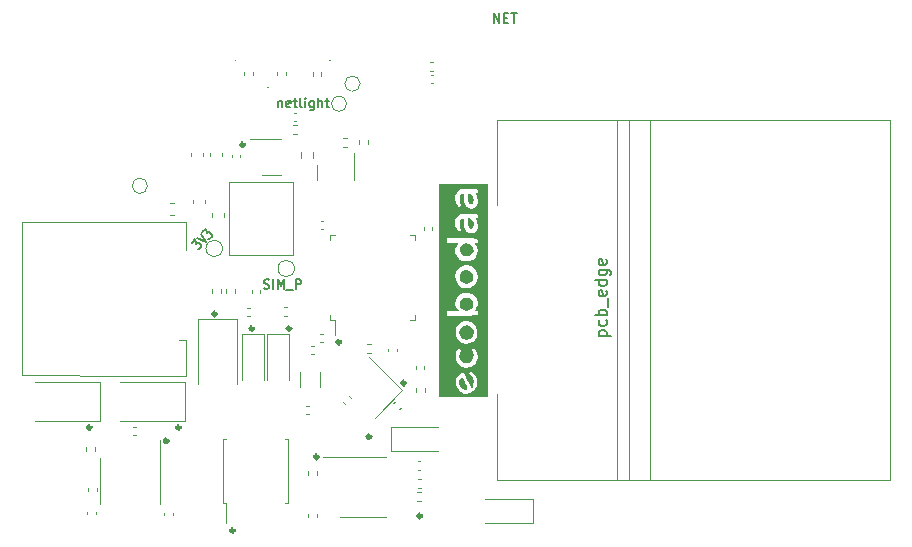
<source format=gbr>
G04 #@! TF.GenerationSoftware,KiCad,Pcbnew,7.0.10*
G04 #@! TF.CreationDate,2024-02-08T00:17:27+03:00*
G04 #@! TF.ProjectId,GPS_MODULE_V3.kicad_pro,4750535f-4d4f-4445-954c-455f56332e6b,rev?*
G04 #@! TF.SameCoordinates,Original*
G04 #@! TF.FileFunction,Legend,Top*
G04 #@! TF.FilePolarity,Positive*
%FSLAX46Y46*%
G04 Gerber Fmt 4.6, Leading zero omitted, Abs format (unit mm)*
G04 Created by KiCad (PCBNEW 7.0.10) date 2024-02-08 00:17:27*
%MOMM*%
%LPD*%
G01*
G04 APERTURE LIST*
%ADD10C,0.300000*%
%ADD11C,0.150000*%
%ADD12C,0.200000*%
%ADD13C,0.120000*%
%ADD14C,0.100000*%
G04 APERTURE END LIST*
D10*
X144924750Y-81650250D02*
G75*
G03*
X144624750Y-81650250I-150000J0D01*
G01*
X144624750Y-81650250D02*
G75*
G03*
X144924750Y-81650250I150000J0D01*
G01*
X148862283Y-97212717D02*
G75*
G03*
X148562283Y-97212717I-150000J0D01*
G01*
X148562283Y-97212717D02*
G75*
G03*
X148862283Y-97212717I150000J0D01*
G01*
X131949750Y-105575250D02*
G75*
G03*
X131649750Y-105575250I-150000J0D01*
G01*
X131649750Y-105575250D02*
G75*
G03*
X131949750Y-105575250I150000J0D01*
G01*
X138449750Y-106725250D02*
G75*
G03*
X138149750Y-106725250I-150000J0D01*
G01*
X138149750Y-106725250D02*
G75*
G03*
X138449750Y-106725250I150000J0D01*
G01*
X153074750Y-98350250D02*
G75*
G03*
X152774750Y-98350250I-150000J0D01*
G01*
X152774750Y-98350250D02*
G75*
G03*
X153074750Y-98350250I150000J0D01*
G01*
X139499750Y-105575250D02*
G75*
G03*
X139199750Y-105575250I-150000J0D01*
G01*
X139199750Y-105575250D02*
G75*
G03*
X139499750Y-105575250I150000J0D01*
G01*
X159924750Y-113075250D02*
G75*
G03*
X159624750Y-113075250I-150000J0D01*
G01*
X159624750Y-113075250D02*
G75*
G03*
X159924750Y-113075250I150000J0D01*
G01*
X142549750Y-95975250D02*
G75*
G03*
X142249750Y-95975250I-150000J0D01*
G01*
X142249750Y-95975250D02*
G75*
G03*
X142549750Y-95975250I150000J0D01*
G01*
X158549750Y-101825250D02*
G75*
G03*
X158249750Y-101825250I-150000J0D01*
G01*
X158249750Y-101825250D02*
G75*
G03*
X158549750Y-101825250I150000J0D01*
G01*
X151174750Y-108075250D02*
G75*
G03*
X150874750Y-108075250I-150000J0D01*
G01*
X150874750Y-108075250D02*
G75*
G03*
X151174750Y-108075250I150000J0D01*
G01*
X144074750Y-114300250D02*
G75*
G03*
X143774750Y-114300250I-150000J0D01*
G01*
X143774750Y-114300250D02*
G75*
G03*
X144074750Y-114300250I150000J0D01*
G01*
X145699750Y-97200250D02*
G75*
G03*
X145399750Y-97200250I-150000J0D01*
G01*
X145399750Y-97200250D02*
G75*
G03*
X145699750Y-97200250I150000J0D01*
G01*
X155624750Y-106375250D02*
G75*
G03*
X155324750Y-106375250I-150000J0D01*
G01*
X155324750Y-106375250D02*
G75*
G03*
X155624750Y-106375250I150000J0D01*
G01*
D11*
X140474810Y-89969329D02*
X140781223Y-89662916D01*
X140781223Y-89662916D02*
X140831731Y-90043407D01*
X140831731Y-90043407D02*
X140902442Y-89972696D01*
X140902442Y-89972696D02*
X140976519Y-89952493D01*
X140976519Y-89952493D02*
X141027027Y-89955860D01*
X141027027Y-89955860D02*
X141104472Y-89986165D01*
X141104472Y-89986165D02*
X141239159Y-90120852D01*
X141239159Y-90120852D02*
X141269464Y-90198297D01*
X141269464Y-90198297D02*
X141272831Y-90248804D01*
X141272831Y-90248804D02*
X141252628Y-90322882D01*
X141252628Y-90322882D02*
X141111206Y-90464303D01*
X141111206Y-90464303D02*
X141037129Y-90484507D01*
X141037129Y-90484507D02*
X140986621Y-90481139D01*
X140922645Y-89521494D02*
X141653322Y-89922188D01*
X141653322Y-89922188D02*
X141252628Y-89191511D01*
X141370479Y-89073660D02*
X141676892Y-88767247D01*
X141676892Y-88767247D02*
X141727400Y-89147738D01*
X141727400Y-89147738D02*
X141798110Y-89077027D01*
X141798110Y-89077027D02*
X141872188Y-89056824D01*
X141872188Y-89056824D02*
X141922696Y-89060191D01*
X141922696Y-89060191D02*
X142000141Y-89090496D01*
X142000141Y-89090496D02*
X142134828Y-89225183D01*
X142134828Y-89225183D02*
X142165132Y-89302628D01*
X142165132Y-89302628D02*
X142168500Y-89353135D01*
X142168500Y-89353135D02*
X142148297Y-89427213D01*
X142148297Y-89427213D02*
X142006875Y-89568635D01*
X142006875Y-89568635D02*
X141932797Y-89588838D01*
X141932797Y-89588838D02*
X141882290Y-89585471D01*
D12*
X146568708Y-93801014D02*
X146682994Y-93839109D01*
X146682994Y-93839109D02*
X146873470Y-93839109D01*
X146873470Y-93839109D02*
X146949661Y-93801014D01*
X146949661Y-93801014D02*
X146987756Y-93762918D01*
X146987756Y-93762918D02*
X147025851Y-93686728D01*
X147025851Y-93686728D02*
X147025851Y-93610537D01*
X147025851Y-93610537D02*
X146987756Y-93534347D01*
X146987756Y-93534347D02*
X146949661Y-93496252D01*
X146949661Y-93496252D02*
X146873470Y-93458156D01*
X146873470Y-93458156D02*
X146721089Y-93420061D01*
X146721089Y-93420061D02*
X146644899Y-93381966D01*
X146644899Y-93381966D02*
X146606804Y-93343871D01*
X146606804Y-93343871D02*
X146568708Y-93267680D01*
X146568708Y-93267680D02*
X146568708Y-93191490D01*
X146568708Y-93191490D02*
X146606804Y-93115299D01*
X146606804Y-93115299D02*
X146644899Y-93077204D01*
X146644899Y-93077204D02*
X146721089Y-93039109D01*
X146721089Y-93039109D02*
X146911566Y-93039109D01*
X146911566Y-93039109D02*
X147025851Y-93077204D01*
X147368709Y-93839109D02*
X147368709Y-93039109D01*
X147749661Y-93839109D02*
X147749661Y-93039109D01*
X147749661Y-93039109D02*
X148016327Y-93610537D01*
X148016327Y-93610537D02*
X148282994Y-93039109D01*
X148282994Y-93039109D02*
X148282994Y-93839109D01*
X148473471Y-93915299D02*
X149082994Y-93915299D01*
X149273471Y-93839109D02*
X149273471Y-93039109D01*
X149273471Y-93039109D02*
X149578233Y-93039109D01*
X149578233Y-93039109D02*
X149654423Y-93077204D01*
X149654423Y-93077204D02*
X149692518Y-93115299D01*
X149692518Y-93115299D02*
X149730614Y-93191490D01*
X149730614Y-93191490D02*
X149730614Y-93305775D01*
X149730614Y-93305775D02*
X149692518Y-93381966D01*
X149692518Y-93381966D02*
X149654423Y-93420061D01*
X149654423Y-93420061D02*
X149578233Y-93458156D01*
X149578233Y-93458156D02*
X149273471Y-93458156D01*
D11*
X166063910Y-71319545D02*
X166063910Y-70519545D01*
X166063910Y-70519545D02*
X166521053Y-71319545D01*
X166521053Y-71319545D02*
X166521053Y-70519545D01*
X166902005Y-70900497D02*
X167168671Y-70900497D01*
X167282957Y-71319545D02*
X166902005Y-71319545D01*
X166902005Y-71319545D02*
X166902005Y-70519545D01*
X166902005Y-70519545D02*
X167282957Y-70519545D01*
X167511529Y-70519545D02*
X167968672Y-70519545D01*
X167740100Y-71319545D02*
X167740100Y-70519545D01*
X147788910Y-77936211D02*
X147788910Y-78469545D01*
X147788910Y-78012402D02*
X147827005Y-77974307D01*
X147827005Y-77974307D02*
X147903195Y-77936211D01*
X147903195Y-77936211D02*
X148017481Y-77936211D01*
X148017481Y-77936211D02*
X148093672Y-77974307D01*
X148093672Y-77974307D02*
X148131767Y-78050497D01*
X148131767Y-78050497D02*
X148131767Y-78469545D01*
X148817482Y-78431450D02*
X148741291Y-78469545D01*
X148741291Y-78469545D02*
X148588910Y-78469545D01*
X148588910Y-78469545D02*
X148512720Y-78431450D01*
X148512720Y-78431450D02*
X148474624Y-78355259D01*
X148474624Y-78355259D02*
X148474624Y-78050497D01*
X148474624Y-78050497D02*
X148512720Y-77974307D01*
X148512720Y-77974307D02*
X148588910Y-77936211D01*
X148588910Y-77936211D02*
X148741291Y-77936211D01*
X148741291Y-77936211D02*
X148817482Y-77974307D01*
X148817482Y-77974307D02*
X148855577Y-78050497D01*
X148855577Y-78050497D02*
X148855577Y-78126688D01*
X148855577Y-78126688D02*
X148474624Y-78202878D01*
X149084148Y-77936211D02*
X149388910Y-77936211D01*
X149198434Y-77669545D02*
X149198434Y-78355259D01*
X149198434Y-78355259D02*
X149236529Y-78431450D01*
X149236529Y-78431450D02*
X149312719Y-78469545D01*
X149312719Y-78469545D02*
X149388910Y-78469545D01*
X149769862Y-78469545D02*
X149693672Y-78431450D01*
X149693672Y-78431450D02*
X149655577Y-78355259D01*
X149655577Y-78355259D02*
X149655577Y-77669545D01*
X150074625Y-78469545D02*
X150074625Y-77936211D01*
X150074625Y-77669545D02*
X150036529Y-77707640D01*
X150036529Y-77707640D02*
X150074625Y-77745735D01*
X150074625Y-77745735D02*
X150112720Y-77707640D01*
X150112720Y-77707640D02*
X150074625Y-77669545D01*
X150074625Y-77669545D02*
X150074625Y-77745735D01*
X150798434Y-77936211D02*
X150798434Y-78583830D01*
X150798434Y-78583830D02*
X150760339Y-78660021D01*
X150760339Y-78660021D02*
X150722243Y-78698116D01*
X150722243Y-78698116D02*
X150646053Y-78736211D01*
X150646053Y-78736211D02*
X150531767Y-78736211D01*
X150531767Y-78736211D02*
X150455577Y-78698116D01*
X150798434Y-78431450D02*
X150722243Y-78469545D01*
X150722243Y-78469545D02*
X150569862Y-78469545D01*
X150569862Y-78469545D02*
X150493672Y-78431450D01*
X150493672Y-78431450D02*
X150455577Y-78393354D01*
X150455577Y-78393354D02*
X150417481Y-78317164D01*
X150417481Y-78317164D02*
X150417481Y-78088592D01*
X150417481Y-78088592D02*
X150455577Y-78012402D01*
X150455577Y-78012402D02*
X150493672Y-77974307D01*
X150493672Y-77974307D02*
X150569862Y-77936211D01*
X150569862Y-77936211D02*
X150722243Y-77936211D01*
X150722243Y-77936211D02*
X150798434Y-77974307D01*
X151179387Y-78469545D02*
X151179387Y-77669545D01*
X151522244Y-78469545D02*
X151522244Y-78050497D01*
X151522244Y-78050497D02*
X151484149Y-77974307D01*
X151484149Y-77974307D02*
X151407958Y-77936211D01*
X151407958Y-77936211D02*
X151293672Y-77936211D01*
X151293672Y-77936211D02*
X151217482Y-77974307D01*
X151217482Y-77974307D02*
X151179387Y-78012402D01*
X151788911Y-77936211D02*
X152093673Y-77936211D01*
X151903197Y-77669545D02*
X151903197Y-78355259D01*
X151903197Y-78355259D02*
X151941292Y-78431450D01*
X151941292Y-78431450D02*
X152017482Y-78469545D01*
X152017482Y-78469545D02*
X152093673Y-78469545D01*
X174927902Y-97838470D02*
X175927902Y-97838470D01*
X174975521Y-97838470D02*
X174927902Y-97743232D01*
X174927902Y-97743232D02*
X174927902Y-97552756D01*
X174927902Y-97552756D02*
X174975521Y-97457518D01*
X174975521Y-97457518D02*
X175023140Y-97409899D01*
X175023140Y-97409899D02*
X175118378Y-97362280D01*
X175118378Y-97362280D02*
X175404092Y-97362280D01*
X175404092Y-97362280D02*
X175499330Y-97409899D01*
X175499330Y-97409899D02*
X175546950Y-97457518D01*
X175546950Y-97457518D02*
X175594569Y-97552756D01*
X175594569Y-97552756D02*
X175594569Y-97743232D01*
X175594569Y-97743232D02*
X175546950Y-97838470D01*
X175546950Y-96505137D02*
X175594569Y-96600375D01*
X175594569Y-96600375D02*
X175594569Y-96790851D01*
X175594569Y-96790851D02*
X175546950Y-96886089D01*
X175546950Y-96886089D02*
X175499330Y-96933708D01*
X175499330Y-96933708D02*
X175404092Y-96981327D01*
X175404092Y-96981327D02*
X175118378Y-96981327D01*
X175118378Y-96981327D02*
X175023140Y-96933708D01*
X175023140Y-96933708D02*
X174975521Y-96886089D01*
X174975521Y-96886089D02*
X174927902Y-96790851D01*
X174927902Y-96790851D02*
X174927902Y-96600375D01*
X174927902Y-96600375D02*
X174975521Y-96505137D01*
X175594569Y-96076565D02*
X174594569Y-96076565D01*
X174975521Y-96076565D02*
X174927902Y-95981327D01*
X174927902Y-95981327D02*
X174927902Y-95790851D01*
X174927902Y-95790851D02*
X174975521Y-95695613D01*
X174975521Y-95695613D02*
X175023140Y-95647994D01*
X175023140Y-95647994D02*
X175118378Y-95600375D01*
X175118378Y-95600375D02*
X175404092Y-95600375D01*
X175404092Y-95600375D02*
X175499330Y-95647994D01*
X175499330Y-95647994D02*
X175546950Y-95695613D01*
X175546950Y-95695613D02*
X175594569Y-95790851D01*
X175594569Y-95790851D02*
X175594569Y-95981327D01*
X175594569Y-95981327D02*
X175546950Y-96076565D01*
X175689807Y-95409899D02*
X175689807Y-94647994D01*
X175546950Y-94028946D02*
X175594569Y-94124184D01*
X175594569Y-94124184D02*
X175594569Y-94314660D01*
X175594569Y-94314660D02*
X175546950Y-94409898D01*
X175546950Y-94409898D02*
X175451711Y-94457517D01*
X175451711Y-94457517D02*
X175070759Y-94457517D01*
X175070759Y-94457517D02*
X174975521Y-94409898D01*
X174975521Y-94409898D02*
X174927902Y-94314660D01*
X174927902Y-94314660D02*
X174927902Y-94124184D01*
X174927902Y-94124184D02*
X174975521Y-94028946D01*
X174975521Y-94028946D02*
X175070759Y-93981327D01*
X175070759Y-93981327D02*
X175165997Y-93981327D01*
X175165997Y-93981327D02*
X175261235Y-94457517D01*
X175594569Y-93124184D02*
X174594569Y-93124184D01*
X175546950Y-93124184D02*
X175594569Y-93219422D01*
X175594569Y-93219422D02*
X175594569Y-93409898D01*
X175594569Y-93409898D02*
X175546950Y-93505136D01*
X175546950Y-93505136D02*
X175499330Y-93552755D01*
X175499330Y-93552755D02*
X175404092Y-93600374D01*
X175404092Y-93600374D02*
X175118378Y-93600374D01*
X175118378Y-93600374D02*
X175023140Y-93552755D01*
X175023140Y-93552755D02*
X174975521Y-93505136D01*
X174975521Y-93505136D02*
X174927902Y-93409898D01*
X174927902Y-93409898D02*
X174927902Y-93219422D01*
X174927902Y-93219422D02*
X174975521Y-93124184D01*
X174927902Y-92219422D02*
X175737426Y-92219422D01*
X175737426Y-92219422D02*
X175832664Y-92267041D01*
X175832664Y-92267041D02*
X175880283Y-92314660D01*
X175880283Y-92314660D02*
X175927902Y-92409898D01*
X175927902Y-92409898D02*
X175927902Y-92552755D01*
X175927902Y-92552755D02*
X175880283Y-92647993D01*
X175546950Y-92219422D02*
X175594569Y-92314660D01*
X175594569Y-92314660D02*
X175594569Y-92505136D01*
X175594569Y-92505136D02*
X175546950Y-92600374D01*
X175546950Y-92600374D02*
X175499330Y-92647993D01*
X175499330Y-92647993D02*
X175404092Y-92695612D01*
X175404092Y-92695612D02*
X175118378Y-92695612D01*
X175118378Y-92695612D02*
X175023140Y-92647993D01*
X175023140Y-92647993D02*
X174975521Y-92600374D01*
X174975521Y-92600374D02*
X174927902Y-92505136D01*
X174927902Y-92505136D02*
X174927902Y-92314660D01*
X174927902Y-92314660D02*
X174975521Y-92219422D01*
X175546950Y-91362279D02*
X175594569Y-91457517D01*
X175594569Y-91457517D02*
X175594569Y-91647993D01*
X175594569Y-91647993D02*
X175546950Y-91743231D01*
X175546950Y-91743231D02*
X175451711Y-91790850D01*
X175451711Y-91790850D02*
X175070759Y-91790850D01*
X175070759Y-91790850D02*
X174975521Y-91743231D01*
X174975521Y-91743231D02*
X174927902Y-91647993D01*
X174927902Y-91647993D02*
X174927902Y-91457517D01*
X174927902Y-91457517D02*
X174975521Y-91362279D01*
X174975521Y-91362279D02*
X175070759Y-91314660D01*
X175070759Y-91314660D02*
X175165997Y-91314660D01*
X175165997Y-91314660D02*
X175261235Y-91790850D01*
D13*
X151349750Y-100850250D02*
X151349750Y-102200250D01*
X149599750Y-100850250D02*
X149599750Y-102200250D01*
X157543940Y-103546943D02*
X157696443Y-103394440D01*
X158053057Y-104056060D02*
X158205560Y-103903557D01*
X139884750Y-105075250D02*
X139884750Y-101775250D01*
X139884750Y-105075250D02*
X134374750Y-105075250D01*
X139884750Y-101775250D02*
X134374750Y-101775250D01*
X149174750Y-92125250D02*
G75*
G03*
X147774750Y-92125250I-700000J0D01*
G01*
X147774750Y-92125250D02*
G75*
G03*
X149174750Y-92125250I700000J0D01*
G01*
X143074750Y-90425250D02*
G75*
G03*
X141674750Y-90425250I-700000J0D01*
G01*
X141674750Y-90425250D02*
G75*
G03*
X143074750Y-90425250I700000J0D01*
G01*
X144560000Y-82492164D02*
X144560000Y-82707836D01*
X143840000Y-82492164D02*
X143840000Y-82707836D01*
X155341109Y-98555250D02*
X155648391Y-98555250D01*
X155341109Y-99315250D02*
X155648391Y-99315250D01*
X142204750Y-87725830D02*
X142204750Y-87444670D01*
X143224750Y-87725830D02*
X143224750Y-87444670D01*
X140604750Y-86565830D02*
X140604750Y-86284670D01*
X141624750Y-86565830D02*
X141624750Y-86284670D01*
X153426443Y-103586060D02*
X153273940Y-103433557D01*
X153935560Y-103076943D02*
X153783057Y-102924440D01*
D14*
X146974750Y-76765368D02*
G75*
G03*
X146874750Y-76765368I-50000J0D01*
G01*
X146874750Y-76765368D02*
G75*
G03*
X146974750Y-76765368I50000J0D01*
G01*
D13*
X131624750Y-112933086D02*
X131624750Y-112717414D01*
X132344750Y-112933086D02*
X132344750Y-112717414D01*
D14*
X152224750Y-74520250D02*
G75*
G03*
X152124750Y-74520250I-50000J0D01*
G01*
X152124750Y-74520250D02*
G75*
G03*
X152224750Y-74520250I50000J0D01*
G01*
D13*
X138925330Y-87635250D02*
X138644170Y-87635250D01*
X138925330Y-86615250D02*
X138644170Y-86615250D01*
D14*
X144224750Y-74535250D02*
G75*
G03*
X144124750Y-74535250I-50000J0D01*
G01*
X144124750Y-74535250D02*
G75*
G03*
X144224750Y-74535250I50000J0D01*
G01*
D13*
X147214750Y-81125250D02*
X145414750Y-81125250D01*
X147214750Y-81125250D02*
X148014750Y-81125250D01*
X147214750Y-84245250D02*
X146414750Y-84245250D01*
X147214750Y-84245250D02*
X148014750Y-84245250D01*
X151582586Y-98385250D02*
X151366914Y-98385250D01*
X151582586Y-97665250D02*
X151366914Y-97665250D01*
X143134750Y-112000250D02*
X143394750Y-112000250D01*
X143394750Y-112000250D02*
X143394750Y-113675250D01*
X148584750Y-112000250D02*
X148324750Y-112000250D01*
X143134750Y-109275250D02*
X143134750Y-112000250D01*
X143134750Y-109275250D02*
X143134750Y-106550250D01*
X148584750Y-109275250D02*
X148584750Y-112000250D01*
X148584750Y-109275250D02*
X148584750Y-106550250D01*
X143134750Y-106550250D02*
X143394750Y-106550250D01*
X148584750Y-106550250D02*
X148324750Y-106550250D01*
X155943379Y-104779413D02*
X158276832Y-102445960D01*
X158276832Y-102445960D02*
X155448405Y-99617533D01*
X145564750Y-94163086D02*
X145564750Y-93947414D01*
X146284750Y-94163086D02*
X146284750Y-93947414D01*
X144324750Y-96365250D02*
X141024750Y-96365250D01*
X144324750Y-96365250D02*
X144324750Y-101875250D01*
X141024750Y-96365250D02*
X141024750Y-101875250D01*
X138859750Y-112792414D02*
X138859750Y-113008086D01*
X138139750Y-112792414D02*
X138139750Y-113008086D01*
X154234750Y-84005250D02*
X154234750Y-82330250D01*
X154234750Y-84005250D02*
X154234750Y-84655250D01*
X151114750Y-84005250D02*
X151114750Y-83355250D01*
X151114750Y-84005250D02*
X151114750Y-84655250D01*
X147694750Y-75778891D02*
X147694750Y-75471609D01*
X148454750Y-75778891D02*
X148454750Y-75471609D01*
X152164750Y-96485250D02*
X152614750Y-96485250D01*
X152614750Y-96485250D02*
X152614750Y-97775250D01*
X159384750Y-96485250D02*
X158934750Y-96485250D01*
X152164750Y-96035250D02*
X152164750Y-96485250D01*
X159384750Y-96035250D02*
X159384750Y-96485250D01*
X152164750Y-89715250D02*
X152164750Y-89265250D01*
X159384750Y-89715250D02*
X159384750Y-89265250D01*
X152164750Y-89265250D02*
X152614750Y-89265250D01*
X159384750Y-89265250D02*
X158934750Y-89265250D01*
X137809750Y-110135250D02*
X137809750Y-106685250D01*
X137809750Y-110135250D02*
X137809750Y-112085250D01*
X132689750Y-110135250D02*
X132689750Y-108185250D01*
X132689750Y-110135250D02*
X132689750Y-112085250D01*
G36*
X164115541Y-87929586D02*
G01*
X164245397Y-88061356D01*
X164327353Y-88240025D01*
X164348388Y-88432091D01*
X164295480Y-88604053D01*
X164253484Y-88656953D01*
X164112309Y-88751424D01*
X163994122Y-88736151D01*
X163904048Y-88615987D01*
X163847211Y-88395783D01*
X163833438Y-88259129D01*
X163822618Y-88055472D01*
X163828247Y-87941490D01*
X163858338Y-87891183D01*
X163920900Y-87878550D01*
X163950808Y-87878218D01*
X164115541Y-87929586D01*
G37*
G36*
X164120066Y-85842372D02*
G01*
X164243905Y-85976476D01*
X164321692Y-86160806D01*
X164340140Y-86363306D01*
X164285961Y-86551920D01*
X164281977Y-86558926D01*
X164174377Y-86646625D01*
X164032419Y-86643988D01*
X163913823Y-86569281D01*
X163851090Y-86443337D01*
X163824151Y-86220801D01*
X163822695Y-86134350D01*
X163825991Y-85942842D01*
X163843342Y-85839935D01*
X163885945Y-85798285D01*
X163963463Y-85790547D01*
X164120066Y-85842372D01*
G37*
G36*
X163980069Y-90035994D02*
G01*
X164011990Y-90050274D01*
X164215382Y-90200221D01*
X164323082Y-90397259D01*
X164330199Y-90617526D01*
X164231840Y-90837159D01*
X164185138Y-90894842D01*
X163973936Y-91055621D01*
X163738255Y-91107972D01*
X163496069Y-91049098D01*
X163429811Y-91012471D01*
X163233125Y-90836397D01*
X163141457Y-90629739D01*
X163158016Y-90409277D01*
X163275277Y-90204274D01*
X163480871Y-90040226D01*
X163721844Y-89982869D01*
X163980069Y-90035994D01*
G37*
G36*
X164007732Y-96989688D02*
G01*
X164060030Y-97014557D01*
X164232826Y-97162920D01*
X164329665Y-97369760D01*
X164346655Y-97602682D01*
X164279910Y-97829290D01*
X164175101Y-97973090D01*
X164036806Y-98085756D01*
X163887173Y-98134438D01*
X163735709Y-98142602D01*
X163467483Y-98095865D01*
X163270183Y-97962654D01*
X163154621Y-97753464D01*
X163128094Y-97552656D01*
X163177994Y-97288790D01*
X163311180Y-97088855D01*
X163507380Y-96964557D01*
X163746321Y-96927599D01*
X164007732Y-96989688D01*
G37*
G36*
X163901947Y-94595809D02*
G01*
X164105969Y-94692904D01*
X164149345Y-94731476D01*
X164272189Y-94921160D01*
X164322138Y-95145878D01*
X164291135Y-95358944D01*
X164266568Y-95410648D01*
X164112001Y-95587293D01*
X163917873Y-95680095D01*
X163706675Y-95697414D01*
X163500901Y-95647605D01*
X163323043Y-95539028D01*
X163195594Y-95380039D01*
X163141046Y-95178997D01*
X163162940Y-95000568D01*
X163274408Y-94797245D01*
X163455306Y-94656399D01*
X163674772Y-94586447D01*
X163901947Y-94595809D01*
G37*
G36*
X164011393Y-92310273D02*
G01*
X164154824Y-92417321D01*
X164267573Y-92595463D01*
X164322250Y-92817237D01*
X164307157Y-93027327D01*
X164292491Y-93068401D01*
X164154076Y-93264981D01*
X163962293Y-93381092D01*
X163744093Y-93418857D01*
X163526428Y-93380404D01*
X163336249Y-93267857D01*
X163200509Y-93083343D01*
X163164866Y-92979464D01*
X163155111Y-92735939D01*
X163235882Y-92528068D01*
X163384538Y-92368709D01*
X163578436Y-92270719D01*
X163794935Y-92246954D01*
X164011393Y-92310273D01*
G37*
G36*
X163435479Y-101409596D02*
G01*
X163507232Y-101540451D01*
X163604109Y-101761195D01*
X163642420Y-101852919D01*
X163738608Y-102086461D01*
X163794131Y-102234887D01*
X163812764Y-102320211D01*
X163798282Y-102364449D01*
X163754460Y-102389613D01*
X163735709Y-102396906D01*
X163581452Y-102402073D01*
X163398233Y-102305393D01*
X163286279Y-102211607D01*
X163170455Y-102040420D01*
X163119423Y-101827202D01*
X163135400Y-101613732D01*
X163220604Y-101441790D01*
X163244157Y-101417846D01*
X163316621Y-101362145D01*
X163376169Y-101354778D01*
X163435479Y-101409596D01*
G37*
G36*
X165562421Y-93996255D02*
G01*
X165562421Y-103013834D01*
X163657486Y-103013834D01*
X163474750Y-103013834D01*
X162082969Y-103013834D01*
X161387079Y-103013834D01*
X161387079Y-101651460D01*
X162801226Y-101651460D01*
X162817578Y-101927232D01*
X162912335Y-102194796D01*
X163071579Y-102430389D01*
X163281392Y-102610246D01*
X163527855Y-102710603D01*
X163657486Y-102723557D01*
X164000112Y-102673589D01*
X164280621Y-102535888D01*
X164489440Y-102326116D01*
X164616997Y-102059934D01*
X164653722Y-101753007D01*
X164590040Y-101420995D01*
X164535422Y-101287029D01*
X164428147Y-101119345D01*
X164287809Y-100974541D01*
X164148140Y-100883780D01*
X164082038Y-100868172D01*
X163991456Y-100908658D01*
X163970936Y-101006152D01*
X164021169Y-101124714D01*
X164075965Y-101183169D01*
X164256552Y-101391937D01*
X164337140Y-101640679D01*
X164344613Y-101767031D01*
X164320453Y-101979067D01*
X164255893Y-102132321D01*
X164162814Y-102200653D01*
X164146939Y-102201962D01*
X164094120Y-102150961D01*
X164010858Y-102010956D01*
X163907684Y-101801448D01*
X163810233Y-101578561D01*
X163701171Y-101331394D01*
X163654895Y-101238860D01*
X163599252Y-101127596D01*
X163516331Y-100989245D01*
X163466530Y-100938638D01*
X163342609Y-100963017D01*
X163184935Y-101056662D01*
X163026669Y-101194104D01*
X162900974Y-101349876D01*
X162877196Y-101391246D01*
X162801226Y-101651460D01*
X161387079Y-101651460D01*
X161387079Y-99513858D01*
X162828661Y-99513858D01*
X162857380Y-99799142D01*
X162939319Y-100044776D01*
X163118990Y-100274730D01*
X163367099Y-100432204D01*
X163654895Y-100508012D01*
X163953626Y-100492964D01*
X164142106Y-100429135D01*
X164371900Y-100283302D01*
X164527978Y-100084677D01*
X164608540Y-99900664D01*
X164669739Y-99704569D01*
X164684868Y-99552113D01*
X164656390Y-99381597D01*
X164632799Y-99292562D01*
X164562084Y-99109950D01*
X164470074Y-98953661D01*
X164462891Y-98944617D01*
X164378658Y-98855669D01*
X164317166Y-98852375D01*
X164256150Y-98903771D01*
X164197465Y-98975673D01*
X164196162Y-99051111D01*
X164252674Y-99176828D01*
X164258779Y-99188666D01*
X164330394Y-99440436D01*
X164307608Y-99702111D01*
X164196118Y-99933551D01*
X164144658Y-99992660D01*
X163945621Y-100116548D01*
X163711209Y-100151788D01*
X163680025Y-100144559D01*
X163480835Y-100098381D01*
X163326759Y-99992660D01*
X163196263Y-99795342D01*
X163137610Y-99560615D01*
X163157177Y-99331433D01*
X163210869Y-99211753D01*
X163274508Y-99099841D01*
X163269378Y-99025822D01*
X163209353Y-98949570D01*
X163115478Y-98860697D01*
X163046928Y-98857969D01*
X162971799Y-98948793D01*
X162932198Y-99013927D01*
X162853492Y-99236322D01*
X162828661Y-99513858D01*
X161387079Y-99513858D01*
X161387079Y-97545738D01*
X162826244Y-97545738D01*
X162857600Y-97832943D01*
X162937327Y-98042968D01*
X163136548Y-98279820D01*
X163392273Y-98431222D01*
X163680025Y-98494755D01*
X163975331Y-98468000D01*
X164253714Y-98348538D01*
X164441371Y-98191605D01*
X164588879Y-97952552D01*
X164658571Y-97659435D01*
X164647329Y-97346911D01*
X164552034Y-97049640D01*
X164545293Y-97036351D01*
X164366720Y-96804248D01*
X164128866Y-96653122D01*
X163855811Y-96583315D01*
X163571637Y-96595168D01*
X163300427Y-96689024D01*
X163066263Y-96865223D01*
X162951613Y-97013752D01*
X162857813Y-97255971D01*
X162826244Y-97545738D01*
X161387079Y-97545738D01*
X161387079Y-96112921D01*
X162082969Y-96112921D01*
X163349103Y-96112921D01*
X163721137Y-96111224D01*
X164053490Y-96106474D01*
X164328862Y-96099183D01*
X164529956Y-96089864D01*
X164639474Y-96079030D01*
X164653897Y-96074261D01*
X164682225Y-95993149D01*
X164692558Y-95871293D01*
X164671868Y-95748336D01*
X164596478Y-95707734D01*
X164576576Y-95706985D01*
X164491920Y-95700550D01*
X164469688Y-95664484D01*
X164509857Y-95573645D01*
X164576359Y-95461926D01*
X164682010Y-95191523D01*
X164685163Y-94920121D01*
X164597701Y-94665921D01*
X164431507Y-94447123D01*
X164198465Y-94281928D01*
X163910458Y-94188537D01*
X163735709Y-94174369D01*
X163401101Y-94223279D01*
X163127613Y-94362973D01*
X162927389Y-94582897D01*
X162812574Y-94872498D01*
X162794442Y-94992277D01*
X162790335Y-95195630D01*
X162835226Y-95353178D01*
X162916773Y-95489519D01*
X163065318Y-95706985D01*
X162574144Y-95706985D01*
X162082969Y-95706985D01*
X162082969Y-95909953D01*
X162082969Y-96112921D01*
X161387079Y-96112921D01*
X161387079Y-93996255D01*
X161387079Y-92720392D01*
X162784600Y-92720392D01*
X162805171Y-93047974D01*
X162898956Y-93308864D01*
X163084303Y-93571436D01*
X163338112Y-93741690D01*
X163653313Y-93815322D01*
X163735709Y-93818140D01*
X164056815Y-93767591D01*
X164322928Y-93627598D01*
X164523990Y-93415640D01*
X164649943Y-93149194D01*
X164690730Y-92845741D01*
X164636292Y-92522758D01*
X164572462Y-92364011D01*
X164391421Y-92109337D01*
X164149738Y-91937613D01*
X163871339Y-91852685D01*
X163653977Y-91856950D01*
X163580155Y-91858398D01*
X163300112Y-91958599D01*
X163084832Y-92124929D01*
X162878085Y-92411024D01*
X162784600Y-92720392D01*
X161387079Y-92720392D01*
X161387079Y-89557734D01*
X162082969Y-89557734D01*
X162082969Y-89761812D01*
X162082969Y-89965889D01*
X162546896Y-89965889D01*
X162762355Y-89968846D01*
X162924596Y-89976703D01*
X163006172Y-89987941D01*
X163010823Y-89991570D01*
X162984062Y-90052858D01*
X162917042Y-90175451D01*
X162887590Y-90226114D01*
X162790792Y-90496034D01*
X162799454Y-90779064D01*
X162907970Y-91054905D01*
X163110736Y-91303261D01*
X163207129Y-91383082D01*
X163400611Y-91469701D01*
X163653977Y-91508082D01*
X163921671Y-91498299D01*
X164158137Y-91440429D01*
X164267872Y-91381333D01*
X164512109Y-91149870D01*
X164647587Y-90892553D01*
X164680812Y-90596386D01*
X164678529Y-90561194D01*
X164645106Y-90357556D01*
X164588086Y-90197039D01*
X164557382Y-90150692D01*
X164473384Y-90037865D01*
X164484663Y-89980575D01*
X164580250Y-89965889D01*
X164661612Y-89946740D01*
X164686538Y-89867470D01*
X164681734Y-89777419D01*
X164663563Y-89588949D01*
X164133847Y-89582541D01*
X163373266Y-89573341D01*
X162082969Y-89557734D01*
X161387079Y-89557734D01*
X161387079Y-88121786D01*
X162791687Y-88121786D01*
X162798671Y-88411033D01*
X162880525Y-88704446D01*
X162893279Y-88733583D01*
X162997431Y-88911233D01*
X163100487Y-88976353D01*
X163208353Y-88932182D01*
X163225683Y-88915960D01*
X163257238Y-88831582D01*
X163221098Y-88688599D01*
X163208286Y-88656864D01*
X163140799Y-88412231D01*
X163141038Y-88189339D01*
X163202503Y-88011460D01*
X163318696Y-87901865D01*
X163425747Y-87878218D01*
X163488575Y-87895342D01*
X163520952Y-87964677D01*
X163532127Y-88113169D01*
X163532741Y-88189919D01*
X163546495Y-88514183D01*
X163592227Y-88751707D01*
X163676636Y-88928945D01*
X163740024Y-89008216D01*
X163920283Y-89126154D01*
X164133847Y-89153188D01*
X164348814Y-89094331D01*
X164533281Y-88954595D01*
X164593271Y-88874154D01*
X164670651Y-88659110D01*
X164684679Y-88401236D01*
X164634520Y-88155389D01*
X164605214Y-88089055D01*
X164533737Y-87930541D01*
X164530583Y-87847264D01*
X164596044Y-87820525D01*
X164609424Y-87820227D01*
X164675157Y-87782668D01*
X164681912Y-87660752D01*
X164663563Y-87501277D01*
X164133847Y-87488474D01*
X163990594Y-87485012D01*
X163707506Y-87483416D01*
X163453931Y-87491513D01*
X163260076Y-87507766D01*
X163164251Y-87527060D01*
X162980047Y-87654997D01*
X162854002Y-87861507D01*
X162791687Y-88121786D01*
X161387079Y-88121786D01*
X161387079Y-86235433D01*
X162782910Y-86235433D01*
X162851093Y-86541854D01*
X162893279Y-86645912D01*
X162997431Y-86823562D01*
X163100487Y-86888682D01*
X163208353Y-86844511D01*
X163225683Y-86828289D01*
X163257238Y-86743910D01*
X163221098Y-86600928D01*
X163208286Y-86569193D01*
X163140799Y-86324560D01*
X163141038Y-86101668D01*
X163202503Y-85923789D01*
X163318696Y-85814194D01*
X163425747Y-85790547D01*
X163488575Y-85807671D01*
X163520952Y-85877006D01*
X163532127Y-86025498D01*
X163532741Y-86102248D01*
X163546495Y-86426512D01*
X163592227Y-86664036D01*
X163676636Y-86841274D01*
X163740024Y-86920545D01*
X163920283Y-87038483D01*
X164133847Y-87065517D01*
X164348814Y-87006660D01*
X164533281Y-86866924D01*
X164593271Y-86786482D01*
X164670651Y-86571439D01*
X164684679Y-86313564D01*
X164634520Y-86067717D01*
X164605214Y-86001384D01*
X164533737Y-85842870D01*
X164530583Y-85759592D01*
X164596044Y-85732854D01*
X164609424Y-85732556D01*
X164675157Y-85694997D01*
X164681912Y-85573081D01*
X164663563Y-85413606D01*
X164082569Y-85397228D01*
X163805275Y-85394911D01*
X163545125Y-85402325D01*
X163341370Y-85417949D01*
X163271349Y-85428684D01*
X163047196Y-85528470D01*
X162887028Y-85709211D01*
X162796911Y-85951375D01*
X162782910Y-86235433D01*
X161387079Y-86235433D01*
X161387079Y-84978675D01*
X163474750Y-84978675D01*
X165562421Y-84978675D01*
X165562421Y-93996255D01*
G37*
X160902586Y-76425250D02*
X160686914Y-76425250D01*
X160902586Y-75705250D02*
X160686914Y-75705250D01*
X148316914Y-95390250D02*
X148532586Y-95390250D01*
X148316914Y-96110250D02*
X148532586Y-96110250D01*
X151612586Y-88785250D02*
X151396914Y-88785250D01*
X151612586Y-88065250D02*
X151396914Y-88065250D01*
X142194750Y-94178891D02*
X142194750Y-93871609D01*
X142954750Y-94178891D02*
X142954750Y-93871609D01*
X159591109Y-109975250D02*
X159898391Y-109975250D01*
X159591109Y-110735250D02*
X159898391Y-110735250D01*
X145402586Y-96185250D02*
X145186914Y-96185250D01*
X145402586Y-95465250D02*
X145186914Y-95465250D01*
X169334750Y-113675250D02*
X169334750Y-111675250D01*
X169334750Y-113675250D02*
X165324750Y-113675250D01*
X169334750Y-111675250D02*
X165324750Y-111675250D01*
X149368391Y-80765250D02*
X149061109Y-80765250D01*
X149368391Y-80005250D02*
X149061109Y-80005250D01*
X160928391Y-75405250D02*
X160621109Y-75405250D01*
X160928391Y-74645250D02*
X160621109Y-74645250D01*
X126134750Y-88165250D02*
X126134750Y-101165250D01*
X140024750Y-88195250D02*
X135924750Y-88195250D01*
X135924750Y-88195250D02*
X126134750Y-88165250D01*
X140024750Y-90545250D02*
X140024750Y-88195250D01*
X140014750Y-98145250D02*
X139384750Y-98145250D01*
X140014750Y-101195250D02*
X140014750Y-98145250D01*
X136414750Y-101195250D02*
X140014750Y-101195250D01*
X135924750Y-101195250D02*
X126134750Y-101165250D01*
X135924750Y-101195250D02*
X136414750Y-101195250D01*
X145654750Y-75461609D02*
X145654750Y-75768891D01*
X144894750Y-75461609D02*
X144894750Y-75768891D01*
X159561109Y-111075250D02*
X159868391Y-111075250D01*
X159561109Y-111835250D02*
X159868391Y-111835250D01*
X135496914Y-105515250D02*
X135712586Y-105515250D01*
X135496914Y-106235250D02*
X135712586Y-106235250D01*
X153271109Y-81075250D02*
X153578391Y-81075250D01*
X153271109Y-81835250D02*
X153578391Y-81835250D01*
X146569750Y-97635250D02*
X144699750Y-97635250D01*
X144699750Y-97635250D02*
X144699750Y-101545250D01*
X146569750Y-101545250D02*
X146569750Y-97635250D01*
X151454750Y-75481609D02*
X151454750Y-75788891D01*
X150694750Y-75481609D02*
X150694750Y-75788891D01*
X157834750Y-98927414D02*
X157834750Y-99143086D01*
X157114750Y-98927414D02*
X157114750Y-99143086D01*
X160114750Y-88853086D02*
X160114750Y-88637414D01*
X160834750Y-88853086D02*
X160834750Y-88637414D01*
X150802586Y-99385250D02*
X150586914Y-99385250D01*
X150802586Y-98665250D02*
X150586914Y-98665250D01*
X132454750Y-110671609D02*
X132454750Y-110978891D01*
X131694750Y-110671609D02*
X131694750Y-110978891D01*
D14*
X136724750Y-85125250D02*
G75*
G03*
X135424750Y-85125250I-650000J0D01*
G01*
X135424750Y-85125250D02*
G75*
G03*
X136724750Y-85125250I650000J0D01*
G01*
D13*
X131494750Y-107578891D02*
X131494750Y-107271609D01*
X132254750Y-107578891D02*
X132254750Y-107271609D01*
X149014750Y-84785250D02*
X143614750Y-84785250D01*
X143614750Y-84785250D02*
X143614750Y-90985250D01*
X143614750Y-90985250D02*
X149014750Y-90985250D01*
X149014750Y-90985250D02*
X149014750Y-84785250D01*
X148739750Y-97635250D02*
X146869750Y-97635250D01*
X146869750Y-97635250D02*
X146869750Y-101545250D01*
X148739750Y-101545250D02*
X148739750Y-97635250D01*
X149322586Y-79645250D02*
X149106914Y-79645250D01*
X149322586Y-78925250D02*
X149106914Y-78925250D01*
X154604750Y-81578891D02*
X154604750Y-81271609D01*
X155364750Y-81578891D02*
X155364750Y-81271609D01*
X132734750Y-105075250D02*
X132734750Y-101775250D01*
X132734750Y-105075250D02*
X127224750Y-105075250D01*
X132734750Y-101775250D02*
X127224750Y-101775250D01*
X150294750Y-109608891D02*
X150294750Y-109301609D01*
X151054750Y-109608891D02*
X151054750Y-109301609D01*
X154999750Y-108050250D02*
X151549750Y-108050250D01*
X154999750Y-108050250D02*
X156949750Y-108050250D01*
X154999750Y-113170250D02*
X153049750Y-113170250D01*
X154999750Y-113170250D02*
X156949750Y-113170250D01*
X157314750Y-105575250D02*
X157314750Y-107575250D01*
X157314750Y-105575250D02*
X161324750Y-105575250D01*
X157314750Y-107575250D02*
X161324750Y-107575250D01*
X143010000Y-82319670D02*
X143010000Y-82600830D01*
X141990000Y-82319670D02*
X141990000Y-82600830D01*
X150737250Y-82272992D02*
X150737250Y-82747508D01*
X149692250Y-82272992D02*
X149692250Y-82747508D01*
X159586914Y-108465250D02*
X159802586Y-108465250D01*
X159586914Y-109185250D02*
X159802586Y-109185250D01*
D14*
X154724750Y-76475250D02*
G75*
G03*
X153424750Y-76475250I-650000J0D01*
G01*
X153424750Y-76475250D02*
G75*
G03*
X154724750Y-76475250I650000J0D01*
G01*
D13*
X159444750Y-102588891D02*
X159444750Y-102281609D01*
X160204750Y-102588891D02*
X160204750Y-102281609D01*
X150166914Y-103765250D02*
X150382586Y-103765250D01*
X150166914Y-104485250D02*
X150382586Y-104485250D01*
X141410000Y-82344670D02*
X141410000Y-82625830D01*
X140390000Y-82344670D02*
X140390000Y-82625830D01*
X144104750Y-93871609D02*
X144104750Y-94178891D01*
X143344750Y-93871609D02*
X143344750Y-94178891D01*
D14*
X153584750Y-78175250D02*
G75*
G03*
X152284750Y-78175250I-650000J0D01*
G01*
X152284750Y-78175250D02*
G75*
G03*
X153584750Y-78175250I650000J0D01*
G01*
D13*
X159454750Y-100593086D02*
X159454750Y-100377414D01*
X160174750Y-100593086D02*
X160174750Y-100377414D01*
X150334750Y-113198891D02*
X150334750Y-112891609D01*
X151094750Y-113198891D02*
X151094750Y-112891609D01*
D14*
X166274750Y-110025250D02*
X199574750Y-110025250D01*
D13*
X176474750Y-110025250D02*
X176474750Y-79575250D01*
X177474750Y-110025250D02*
X177474750Y-79575250D01*
X179274750Y-110025250D02*
X179274750Y-79575250D01*
D14*
X199574750Y-110025250D02*
X199574750Y-79525250D01*
X166274750Y-102775250D02*
X166274750Y-110025250D01*
D12*
X165374750Y-88575250D02*
X165374750Y-88575250D01*
X165374750Y-88375250D02*
X165374750Y-88375250D01*
D14*
X166274750Y-79525250D02*
X166274750Y-86775250D01*
X199574750Y-79525250D02*
X166274750Y-79525250D01*
D12*
X165374750Y-88375250D02*
G75*
G03*
X165374750Y-88575250I0J-100000D01*
G01*
X165374750Y-88575250D02*
G75*
G03*
X165374750Y-88375250I0J100000D01*
G01*
M02*

</source>
